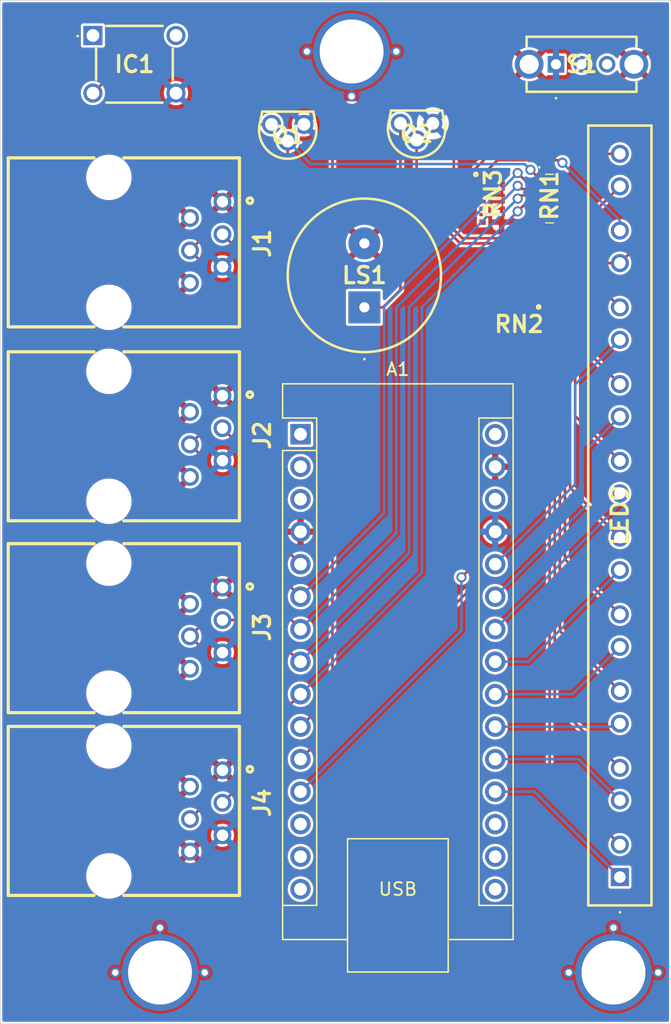
<source format=kicad_pcb>
(kicad_pcb (version 20240108) (generator "pcbnew") (generator_version "8.0")
  (layers (0 "F.Cu" signal) (31 "B.Cu" signal) (34 "B.Paste" user) (35 "F.Paste" user) (36 "B.SilkS" user "B.Silkscreen") (37 "F.SilkS" user "F.Silkscreen") (38 "B.Mask" user) (39 "F.Mask" user) (44 "Edge.Cuts" user))
  (net 0 "")
  (net 1 "GND")
  (net 2 "/LED 1")
  (net 3 "/Vbus_5V")
  (net 4 "/Trigger 1")
  (net 5 "/LED 2")
  (net 6 "/LED 3")
  (net 7 "/LED 7")
  (net 9 "/Button 1")
  (net 11 "/LED 5")
  (net 12 "/Trigger 4")
  (net 13 "/Trigger 2")
  (net 15 "/LED 8")
  (net 16 "/LED 6")
  (net 17 "/Trigger 3")
  (net 18 "/Switch 1")
  (net 20 "/Ready")
  (net 25 "/Buzzer")
  (net 28 "/LED 4")
  (net 32 "Net-(Q1-SOURCE)")
  (net 33 "Net-(LED9-K_4)")
  (net 34 "Net-(LED9-K_7)")
  (net 35 "Net-(LED9-K_10)")
  (net 36 "Net-(LED9-K_6)")
  (net 37 "Net-(LED9-K_9)")
  (net 38 "Net-(LED9-K_1)")
  (net 39 "Net-(LED9-K_3)")
  (net 40 "Net-(LED9-K_8)")
  (net 41 "Net-(LED9-K_2)")
  (net 42 "Net-(LED9-K_5)")
  (net 45 "Net-(LS1-+)")
  (footprint "SamacSys_PCB_Library:95501-2661" (layer "F.Cu") (at 60 90 -90)
    (property "Reference" "J1" (at -5 -12 90) (layer "F.SilkS") (effects (font (size 1.27 1.27) (thickness 0.254))))
    (property "Value" "95501-2661" (hide yes))
    (fp_line (start -11.685 7.88) (end -11.685 1.17) (stroke (width 0.254)) (layer "F.SilkS"))
    (fp_line (start 1.525 7.88) (end -11.685 7.88) (stroke (width 0.254)) (layer "F.SilkS"))
    (fp_line (start 1.525 7.88) (end 1.525 1.17) (stroke (width 0.254)) (layer "F.SilkS"))
    (fp_line (start -11.685 -10.22) (end -11.685 -1.17) (stroke (width 0.254)) (layer "F.SilkS"))
    (fp_line (start -11.685 -10.22) (end 1.525 -10.22) (stroke (width 0.254)) (layer "F.SilkS"))
    (fp_line (start 1.525 -10.22) (end 1.525 -1.17) (stroke (width 0.254)) (layer "F.SilkS"))
    (fp_circle (center -8.335 -11.034) (end -8.335 -10.94208) (stroke (width 0.254)) (fill none) (layer "F.SilkS"))
    (pad "" np_thru_hole circle (at -10.16 0 270) (size 3.25 3.25) (drill 3.25) (layers "*.Cu" "*.Mask"))
    (pad "" np_thru_hole circle (at 0 0 270) (size 3.25 3.25) (drill 3.25) (layers "*.Cu" "*.Mask"))
    (pad "1" thru_hole circle (at -8.255 -8.89 270) (size 1.4 1.4) (drill 0.9) (layers "*.Cu" "*.Mask") (net 1 "GND"))
    (pad "2" thru_hole circle (at -6.985 -6.35 270) (size 1.4 1.4) (drill 0.9) (layers "*.Cu" "*.Mask") (net 1 "GND"))
    (pad "3" thru_hole circle (at -5.715 -8.89 270) (size 1.4 1.4) (drill 0.9) (layers "*.Cu" "*.Mask") (net 4 "/Trigger 1"))
    (pad "4" thru_hole circle (at -4.445 -6.35 270) (size 1.4 1.4) (drill 0.9) (layers "*.Cu" "*.Mask") (net 32 "Net-(Q1-SOURCE)"))
    (pad "5" thru_hole circle (at -3.175 -8.89 270) (size 1.4 1.4) (drill 0.9) (layers "*.Cu" "*.Mask") (net 3 "/Vbus_5V"))
    (pad "6" thru_hole circle (at -1.905 -6.35 270) (size 1.4 1.4) (drill 0.9) (layers "*.Cu" "*.Mask") (net 1 "GND"))
  )
  (footprint "SamacSys_PCB_Library:LM431ACZ" (layer "F.Cu") (at 75.27 75.700001 180)
    (property "Reference" "Q1" (at 1.27 -0.842 180) (layer "F.SilkS") (effects (font (size 1.27 1.27) (thickness 0.254))))
    (property "Value" "BS170" (hide yes))
    (fp_line (start 3.47 0) (end 3.27 1) (stroke (width 0.2)) (layer "F.SilkS"))
    (fp_line (start 3.27 1) (end -0.73 1) (stroke (width 0.2)) (layer "F.SilkS"))
    (fp_line (start -0.73 1) (end -0.93 0) (stroke (width 0.2)) (layer "F.SilkS"))
    (fp_line (start -0.93 0) (end -0.93 0) (stroke (width 0.2)) (layer "F.SilkS"))
    (fp_arc (start -0.93 0) (mid 1.269611 -2.683569) (end 3.470152 -0.000763) (stroke (width 0.2)) (layer "F.SilkS"))
    (pad "1" thru_hole circle (at 0 0 180) (size 1.5 1.5) (drill 1) (layers "*.Cu" "*.Mask") (net 3 "/Vbus_5V"))
    (pad "2" thru_hole circle (at 1.27 -1.3 180) (size 1.5 1.5) (drill 1) (layers "*.Cu" "*.Mask") (net 20 "/Ready"))
    (pad "3" thru_hole circle (at 2.54 0 180) (size 1.5 1.5) (drill 1) (layers "*.Cu" "*.Mask") (net 32 "Net-(Q1-SOURCE)"))
  )
  (footprint "SamacSys_PCB_Library:LM431ACZ" (layer "F.Cu") (at 85.357667 75.615999 180)
    (property "Reference" "Q2" (at 1.27 -0.842 180) (layer "F.SilkS") (effects (font (size 1.27 1.27) (thickness 0.254))))
    (property "Value" "BS170" (hide yes))
    (fp_line (start 3.47 0) (end 3.27 1) (stroke (width 0.2)) (layer "F.SilkS"))
    (fp_line (start 3.27 1) (end -0.73 1) (stroke (width 0.2)) (layer "F.SilkS"))
    (fp_line (start -0.73 1) (end -0.93 0) (stroke (width 0.2)) (layer "F.SilkS"))
    (fp_line (start -0.93 0) (end -0.93 0) (stroke (width 0.2)) (layer "F.SilkS"))
    (fp_arc (start -0.93 0) (mid 1.269611 -2.683569) (end 3.470152 -0.000763) (stroke (width 0.2)) (layer "F.SilkS"))
    (pad "1" thru_hole circle (at 0 0 180) (size 1.5 1.5) (drill 1) (layers "*.Cu" "*.Mask") (net 3 "/Vbus_5V"))
    (pad "2" thru_hole circle (at 1.27 -1.3 180) (size 1.5 1.5) (drill 1) (layers "*.Cu" "*.Mask") (net 25 "/Buzzer"))
    (pad "3" thru_hole circle (at 2.54 0 180) (size 1.5 1.5) (drill 1) (layers "*.Cu" "*.Mask") (net 45 "Net-(LS1-+)"))
  )
  (footprint "Module:Arduino_Nano" (layer "F.Cu") (at 75 99.92)
    (property "Reference" "A1" (at 7.62 -5.08 0) (layer "F.SilkS"))
    (property "Value" "Arduino_Nano_v3.x")
    (fp_line (start -1.4 -3.94) (end -1.4 -1.27) (stroke (width 0.12)) (layer "F.SilkS"))
    (fp_line (start -1.4 1.27) (end -1.4 39.5) (stroke (width 0.12)) (layer "F.SilkS"))
    (fp_line (start -1.4 39.5) (end 3.68 39.5) (stroke (width 0.12)) (layer "F.SilkS"))
    (fp_line (start 1.27 -1.27) (end -1.4 -1.27) (stroke (width 0.12)) (layer "F.SilkS"))
    (fp_line (start 1.27 1.27) (end -1.4 1.27) (stroke (width 0.12)) (layer "F.SilkS"))
    (fp_line (start 1.27 1.27) (end 1.27 -1.27) (stroke (width 0.12)) (layer "F.SilkS"))
    (fp_line (start 1.27 1.27) (end 1.27 36.83) (stroke (width 0.12)) (layer "F.SilkS"))
    (fp_line (start 1.27 36.83) (end -1.4 36.83) (stroke (width 0.12)) (layer "F.SilkS"))
    (fp_line (start 3.68 31.62) (end 11.56 31.62) (stroke (width 0.12)) (layer "F.SilkS"))
    (fp_line (start 3.68 42.04) (end 3.68 31.62) (stroke (width 0.12)) (layer "F.SilkS"))
    (fp_line (start 11.56 31.62) (end 11.56 42.04) (stroke (width 0.12)) (layer "F.SilkS"))
    (fp_line (start 11.56 42.04) (end 3.68 42.04) (stroke (width 0.12)) (layer "F.SilkS"))
    (fp_line (start 13.97 -1.27) (end 13.97 36.83) (stroke (width 0.12)) (layer "F.SilkS"))
    (fp_line (start 13.97 -1.27) (end 16.64 -1.27) (stroke (width 0.12)) (layer "F.SilkS"))
    (fp_line (start 13.97 36.83) (end 16.64 36.83) (stroke (width 0.12)) (layer "F.SilkS"))
    (fp_line (start 16.64 -3.94) (end -1.4 -3.94) (stroke (width 0.12)) (layer "F.SilkS"))
    (fp_line (start 16.64 39.5) (end 11.56 39.5) (stroke (width 0.12)) (layer "F.SilkS"))
    (fp_line (start 16.64 39.5) (end 16.64 -3.94) (stroke (width 0.12)) (layer "F.SilkS"))
    (fp_text user "USB" (at 7.62 35.56 0) (layer "F.SilkS"))
    (pad "1" thru_hole rect (at 0 0) (size 1.6 1.6) (drill 1) (layers "*.Cu" "*.Mask"))
    (pad "2" thru_hole oval (at 0 2.54) (size 1.6 1.6) (drill 1) (layers "*.Cu" "*.Mask"))
    (pad "3" thru_hole oval (at 0 5.08) (size 1.6 1.6) (drill 1) (layers "*.Cu" "*.Mask"))
    (pad "4" thru_hole oval (at 0 7.62) (size 1.6 1.6) (drill 1) (layers "*.Cu" "*.Mask") (net 1 "GND"))
    (pad "5" thru_hole oval (at 0 10.16) (size 1.6 1.6) (drill 1) (layers "*.Cu" "*.Mask") (net 20 "/Ready"))
    (pad "6" thru_hole oval (at 0 12.7) (size 1.6 1.6) (drill 1) (layers "*.Cu" "*.Mask") (net 4 "/Trigger 1"))
    (pad "7" thru_hole oval (at 0 15.24) (size 1.6 1.6) (drill 1) (layers "*.Cu" "*.Mask") (net 13 "/Trigger 2"))
    (pad "8" thru_hole oval (at 0 17.78) (size 1.6 1.6) (drill 1) (layers "*.Cu" "*.Mask") (net 17 "/Trigger 3"))
    (pad "9" thru_hole oval (at 0 20.32) (size 1.6 1.6) (drill 1) (layers "*.Cu" "*.Mask") (net 12 "/Trigger 4"))
    (pad "10" thru_hole oval (at 0 22.86) (size 1.6 1.6) (drill 1) (layers "*.Cu" "*.Mask") (net 9 "/Button 1"))
    (pad "11" thru_hole oval (at 0 25.4) (size 1.6 1.6) (drill 1) (layers "*.Cu" "*.Mask") (net 18 "/Switch 1"))
    (pad "12" thru_hole oval (at 0 27.94) (size 1.6 1.6) (drill 1) (layers "*.Cu" "*.Mask") (net 25 "/Buzzer"))
    (pad "13" thru_hole oval (at 0 30.48) (size 1.6 1.6) (drill 1) (layers "*.Cu" "*.Mask"))
    (pad "14" thru_hole oval (at 0 33.02) (size 1.6 1.6) (drill 1) (layers "*.Cu" "*.Mask"))
    (pad "15" thru_hole oval (at 0 35.56) (size 1.6 1.6) (drill 1) (layers "*.Cu" "*.Mask"))
    (pad "16" thru_hole oval (at 15.24 35.56) (size 1.6 1.6) (drill 1) (layers "*.Cu" "*.Mask"))
    (pad "17" thru_hole oval (at 15.24 33.02) (size 1.6 1.6) (drill 1) (layers "*.Cu" "*.Mask"))
    (pad "18" thru_hole oval (at 15.24 30.48) (size 1.6 1.6) (drill 1) (layers "*.Cu" "*.Mask"))
    (pad "19" thru_hole oval (at 15.24 27.94) (size 1.6 1.6) (drill 1) (layers "*.Cu" "*.Mask") (net 2 "/LED 1"))
    (pad "20" thru_hole oval (at 15.24 25.4) (size 1.6 1.6) (drill 1) (layers "*.Cu" "*.Mask") (net 5 "/LED 2"))
    (pad "21" thru_hole oval (at 15.24 22.86) (size 1.6 1.6) (drill 1) (layers "*.Cu" "*.Mask") (net 6 "/LED 3"))
    (pad "22" thru_hole oval (at 15.24 20.32) (size 1.6 1.6) (drill 1) (layers "*.Cu" "*.Mask") (net 28 "/LED 4"))
    (pad "23" thru_hole oval (at 15.24 17.78) (size 1.6 1.6) (drill 1) (layers "*.Cu" "*.Mask") (net 11 "/LED 5"))
    (pad "24" thru_hole oval (at 15.24 15.24) (size 1.6 1.6) (drill 1) (layers "*.Cu" "*.Mask") (net 16 "/LED 6"))
    (pad "25" thru_hole oval (at 15.24 12.7) (size 1.6 1.6) (drill 1) (layers "*.Cu" "*.Mask") (net 7 "/LED 7"))
    (pad "26" thru_hole oval (at 15.24 10.16) (size 1.6 1.6) (drill 1) (layers "*.Cu" "*.Mask") (net 15 "/LED 8"))
    (pad "27" thru_hole oval (at 15.24 7.62) (size 1.6 1.6) (drill 1) (layers "*.Cu" "*.Mask") (net 3 "/Vbus_5V"))
    (pad "28" thru_hole oval (at 15.24 5.08) (size 1.6 1.6) (drill 1) (layers "*.Cu" "*.Mask"))
    (pad "29" thru_hole oval (at 15.24 2.54) (size 1.6 1.6) (drill 1) (layers "*.Cu" "*.Mask") (net 1 "GND"))
    (pad "30" thru_hole oval (at 15.24 0) (size 1.6 1.6) (drill 1) (layers "*.Cu" "*.Mask"))
  )
  (footprint "SamacSys_PCB_Library:EXB2HV_1" (layer "F.Cu") (at 91.749998 91.250001 180)
    (property "Reference" "RN2" (at -0.362 -0.071 180) (layer "F.SilkS") (effects (font (size 1.27 1.27) (thickness 0.254))))
    (property "Value" "EXB2HV121JV" (hide yes))
    (fp_circle (center -1.893 1.28) (end -1.893 1.30159) (stroke (width 0.2)) (fill none) (layer "F.SilkS"))
    (pad "1" smd rect (at -1.8375 0.75 180) (size 0.425 0.5) (layers "F.Cu" "F.Paste" "F.Mask") (net 38 "Net-(LED9-K_1)"))
    (pad "2" smd rect (at -1.25 0.75 180) (size 0.25 0.5) (layers "F.Cu" "F.Paste" "F.Mask") (net 41 "Net-(LED9-K_2)"))
    (pad "3" smd rect (at -0.75 0.75 180) (size 0.25 0.5) (layers "F.Cu" "F.Paste" "F.Mask") (net 39 "Net-(LED9-K_3)"))
    (pad "4" smd rect (at -0.25 0.75 180) (size 0.25 0.5) (layers "F.Cu" "F.Paste" "F.Mask") (net 33 "Net-(LED9-K_4)"))
    (pad "5" smd rect (at 0.25 0.75 180) (size 0.25 0.5) (layers "F.Cu" "F.Paste" "F.Mask") (net 42 "Net-(LED9-K_5)"))
    (pad "6" smd rect (at 0.75 0.75 180) (size 0.25 0.5) (layers "F.Cu" "F.Paste" "F.Mask") (net 36 "Net-(LED9-K_6)"))
    (pad "7" smd rect (at 1.25 0.75 180) (size 0.25 0.5) (layers "F.Cu" "F.Paste" "F.Mask") (net 34 "Net-(LED9-K_7)"))
    (pad "8" smd rect (at 1.8375 0.75 180) (size 0.425 0.5) (layers "F.Cu" "F.Paste" "F.Mask") (net 40 "Net-(LED9-K_8)"))
    (pad "9" smd rect (at 1.8375 -0.75 180) (size 0.425 0.5) (layers "F.Cu" "F.Paste" "F.Mask") (net 1 "GND"))
    (pad "10" smd rect (at 1.25 -0.75 180) (size 0.25 0.5) (layers "F.Cu" "F.Paste" "F.Mask") (net 1 "GND"))
    (pad "11" smd rect (at 0.75 -0.75 180) (size 0.25 0.5) (layers "F.Cu" "F.Paste" "F.Mask") (net 1 "GND"))
    (pad "12" smd rect (at 0.25 -0.75 180) (size 0.25 0.5) (layers "F.Cu" "F.Paste" "F.Mask") (net 1 "GND"))
    (pad "13" smd rect (at -0.25 -0.75 180) (size 0.25 0.5) (layers "F.Cu" "F.Paste" "F.Mask") (net 1 "GND"))
    (pad "14" smd rect (at -0.75 -0.75 180) (size 0.25 0.5) (layers "F.Cu" "F.Paste" "F.Mask") (net 1 "GND"))
    (pad "15" smd rect (at -1.25 -0.75 180) (size 0.25 0.5) (layers "F.Cu" "F.Paste" "F.Mask") (net 1 "GND"))
    (pad "16" smd rect (at -1.8375 -0.75 180) (size 0.425 0.5) (layers "F.Cu" "F.Paste" "F.Mask") (net 1 "GND"))
  )
  (footprint "SamacSys_PCB_Library:EXB2HV104JV" (layer "F.Cu") (at 94.5 81.5 -90)
    (property "Reference" "RN1" (at -0.225 0 -90) (layer "F.SilkS") (effects (font (size 1.27 1.27) (thickness 0.254))))
    (property "Value" "EXB2HV103JV" (hide yes))
    (fp_line (start -2.5 0.8) (end -2.5 0.8) (stroke (width 0.1)) (layer "F.SilkS"))
    (fp_line (start -2.4 0.8) (end -2.4 0.8) (stroke (width 0.1)) (layer "F.SilkS"))
    (fp_line (start -1.9 -0.3) (end -1.9 0.3) (stroke (width 0.1)) (layer "F.SilkS"))
    (fp_line (start 1.9 -0.3) (end 1.9 0.3) (stroke (width 0.1)) (layer "F.SilkS"))
    (fp_arc (start -2.5 0.8) (mid -2.45 0.75) (end -2.4 0.8) (stroke (width 0.1)) (layer "F.SilkS"))
    (fp_arc (start -2.4 0.8) (mid -2.45 0.85) (end -2.5 0.8) (stroke (width 0.1)) (layer "F.SilkS"))
    (pad "1" smd rect (at -1.837 0.75 270) (size 0.425 0.5) (layers "F.Cu" "F.Paste" "F.Mask") (net 20 "/Ready"))
    (pad "2" smd rect (at -1.25 0.75 270) (size 0.25 0.5) (layers "F.Cu" "F.Paste" "F.Mask") (net 4 "/Trigger 1"))
    (pad "3" smd rect (at -0.75 0.75 270) (size 0.25 0.5) (layers "F.Cu" "F.Paste" "F.Mask") (net 13 "/Trigger 2"))
    (pad "4" smd rect (at -0.25 0.75 270) (size 0.25 0.5) (layers "F.Cu" "F.Paste" "F.Mask") (net 17 "/Trigger 3"))
    (pad "5" smd rect (at 0.25 0.75 270) (size 0.25 0.5) (layers "F.Cu" "F.Paste" "F.Mask") (net 12 "/Trigger 4"))
    (pad "6" smd rect (at 0.75 0.75 270) (size 0.25 0.5) (layers "F.Cu" "F.Paste" "F.Mask") (net 9 "/Button 1"))
    (pad "7" smd rect (at 1.25 0.75 270) (size 0.25 0.5) (layers "F.Cu" "F.Paste" "F.Mask") (net 18 "/Switch 1"))
    (pad "8" smd rect (at 1.837 0.75 270) (size 0.425 0.5) (layers "F.Cu" "F.Paste" "F.Mask") (net 25 "/Buzzer"))
    (pad "9" smd rect (at 1.837 -0.75 270) (size 0.425 0.5) (layers "F.Cu" "F.Paste" "F.Mask") (net 1 "GND"))
    (pad "10" smd rect (at 1.25 -0.75 270) (size 0.25 0.5) (layers "F.Cu" "F.Paste" "F.Mask") (net 1 "GND"))
    (pad "11" smd rect (at 0.75 -0.75 270) (size 0.25 0.5) (layers "F.Cu" "F.Paste" "F.Mask") (net 1 "GND"))
    (pad "12" smd rect (at 0.25 -0.75 270) (size 0.25 0.5) (layers "F.Cu" "F.Paste" "F.Mask") (net 1 "GND"))
    (pad "13" smd rect (at -0.25 -0.75 270) (size 0.25 0.5) (layers "F.Cu" "F.Paste" "F.Mask") (net 1 "GND"))
    (pad "14" smd rect (at -0.75 -0.75 270) (size 0.25 0.5) (layers "F.Cu" "F.Paste" "F.Mask") (net 1 "GND"))
    (pad "15" smd rect (at -1.25 -0.75 270) (size 0.25 0.5) (layers "F.Cu" "F.Paste" "F.Mask") (net 1 "GND"))
    (pad "16" smd rect (at -1.837 -0.75 270) (size 0.425 0.5) (layers "F.Cu" "F.Paste" "F.Mask") (net 1 "GND"))
  )
  (footprint "SamacSys_PCB_Library:95501-2661" (layer "F.Cu") (at 60 105.159999 -90)
    (property "Reference" "J2" (at -5.159999 -12 -90) (layer "F.SilkS") (effects (font (size 1.27 1.27) (thickness 0.254))))
    (property "Value" "95501-2661" (hide yes))
    (fp_line (start -11.685 7.88) (end -11.685 1.17) (stroke (width 0.254)) (layer "F.SilkS"))
    (fp_line (start 1.525 7.88) (end -11.685 7.88) (stroke (width 0.254)) (layer "F.SilkS"))
    (fp_line (start 1.525 7.88) (end 1.525 1.17) (stroke (width 0.254)) (layer "F.SilkS"))
    (fp_line (start -11.685 -10.22) (end -11.685 -1.17) (stroke (width 0.254)) (layer "F.SilkS"))
    (fp_line (start -11.685 -10.22) (end 1.525 -10.22) (stroke (width 0.254)) (layer "F.SilkS"))
    (fp_line (start 1.525 -10.22) (end 1.525 -1.17) (stroke (width 0.254)) (layer "F.SilkS"))
    (fp_circle (center -8.335 -11.034) (end -8.335 -10.94208) (stroke (width 0.254)) (fill none) (layer "F.SilkS"))
    (pad "" np_thru_hole circle (at -10.16 0 270) (size 3.25 3.25) (drill 3.25) (layers "*.Cu" "*.Mask"))
    (pad "" np_thru_hole circle (at 0 0 270) (size 3.25 3.25) (drill 3.25) (layers "*.Cu" "*.Mask"))
    (pad "1" thru_hole circle (at -8.255 -8.89 270) (size 1.4 1.4) (drill 0.9) (layers "*.Cu" "*.Mask") (net 1 "GND"))
    (pad "2" thru_hole circle (at -6.985 -6.35 270) (size 1.4 1.4) (drill 0.9) (layers "*.Cu" "*.Mask") (net 1 "GND"))
    (pad "3" thru_hole circle (at -5.715 -8.89 270) (size 1.4 1.4) (drill 0.9) (layers "*.Cu" "*.Mask") (net 13 "/Trigger 2"))
    (pad "4" thru_hole circle (at -4.445 -6.35 270) (size 1.4 1.4) (drill 0.9) (layers "*.Cu" "*.Mask") (net 32 "Net-(Q1-SOURCE)"))
    (pad "5" thru_hole circle (at -3.175 -8.89 270) (size 1.4 1.4) (drill 0.9) (layers "*.Cu" "*.Mask") (net 3 "/Vbus_5V"))
    (pad "6" thru_hole circle (at -1.905 -6.35 270) (size 1.4 1.4) (drill 0.9) (layers "*.Cu" "*.Mask") (net 1 "GND"))
  )
  (footprint "SamacSys_PCB_Library:95501-2661" (layer "F.Cu") (at 60 120.159999 -90)
    (property "Reference" "J3" (at -5.159999 -12 -90) (layer "F.SilkS") (effects (font (size 1.27 1.27) (thickness 0.254))))
    (property "Value" "95501-2661" (hide yes))
    (fp_line (start -11.685 7.88) (end -11.685 1.17) (stroke (width 0.254)) (layer "F.SilkS"))
    (fp_line (start 1.525 7.88) (end -11.685 7.88) (stroke (width 0.254)) (layer "F.SilkS"))
    (fp_line (start 1.525 7.88) (end 1.525 1.17) (stroke (width 0.254)) (layer "F.SilkS"))
    (fp_line (start -11.685 -10.22) (end -11.685 -1.17) (stroke (width 0.254)) (layer "F.SilkS"))
    (fp_line (start -11.685 -10.22) (end 1.525 -10.22) (stroke (width 0.254)) (layer "F.SilkS"))
    (fp_line (start 1.525 -10.22) (end 1.525 -1.17) (stroke (width 0.254)) (layer "F.SilkS"))
    (fp_circle (center -8.335 -11.034) (end -8.335 -10.94208) (stroke (width 0.254)) (fill none) (layer "F.SilkS"))
    (pad "" np_thru_hole circle (at -10.16 0 270) (size 3.25 3.25) (drill 3.25) (layers "*.Cu" "*.Mask"))
    (pad "" np_thru_hole circle (at 0 0 270) (size 3.25 3.25) (drill 3.25) (layers "*.Cu" "*.Mask"))
    (pad "1" thru_hole circle (at -8.255 -8.89 270) (size 1.4 1.4) (drill 0.9) (layers "*.Cu" "*.Mask") (net 1 "GND"))
    (pad "2" thru_hole circle (at -6.985 -6.35 270) (size 1.4 1.4) (drill 0.9) (layers "*.Cu" "*.Mask") (net 1 "GND"))
    (pad "3" thru_hole circle (at -5.715 -8.89 270) (size 1.4 1.4) (drill 0.9) (layers "*.Cu" "*.Mask") (net 17 "/Trigger 3"))
    (pad "4" thru_hole circle (at -4.445 -6.35 270) (size 1.4 1.4) (drill 0.9) (layers "*.Cu" "*.Mask") (net 32 "Net-(Q1-SOURCE)"))
    (pad "5" thru_hole circle (at -3.175 -8.89 270) (size 1.4 1.4) (drill 0.9) (layers "*.Cu" "*.Mask") (net 3 "/Vbus_5V"))
    (pad "6" thru_hole circle (at -1.905 -6.35 270) (size 1.4 1.4) (drill 0.9) (layers "*.Cu" "*.Mask") (net 1 "GND"))
  )
  (footprint "SamacSys_PCB_Library:OS102011MS2QS1" (layer "F.Cu") (at 95 71)
    (property "Reference" "S1" (at 2 0 0) (layer "F.SilkS") (effects (font (size 1.27 1.27) (thickness 0.254))))
    (property "Value" "OS102011MS2QS1" (hide yes))
    (fp_line (start -2.3 -2.15) (end 6.3 -2.15) (stroke (width 0.2)) (layer "F.SilkS"))
    (fp_line (start -2.3 -1.4) (end -2.3 -2.15) (stroke (width 0.2)) (layer "F.SilkS"))
    (fp_line (start -2.3 1.4) (end -2.3 2.15) (stroke (width 0.2)) (layer "F.SilkS"))
    (fp_line (start -2.3 2.15) (end 6.3 2.15) (stroke (width 0.2)) (layer "F.SilkS"))
    (fp_line (start 0 2.6) (end 0 2.6) (stroke (width 0.1)) (layer "F.SilkS"))
    (fp_line (start 0 2.7) (end 0 2.7) (stroke (width 0.1)) (layer "F.SilkS"))
    (fp_line (start 6.3 -2.15) (end 6.3 -1.4) (stroke (width 0.2)) (layer "F.SilkS"))
    (fp_line (start 6.3 2.15) (end 6.3 1.4) (stroke (width 0.2)) (layer "F.SilkS"))
    (fp_arc (start 0 2.6) (mid 0.05 2.65) (end 0 2.7) (stroke (width 0.1)) (layer "F.SilkS"))
    (fp_arc (start 0 2.7) (mid -0.05 2.65) (end 0 2.6) (stroke (width 0.1)) (layer "F.SilkS"))
    (pad "1" thru_hole rect (at 0 0) (size 1.3 1.3) (drill 0.8) (layers "*.Cu" "*.Mask") (net 3 "/Vbus_5V"))
    (pad "2" thru_hole circle (at 2 0) (size 1.3 1.3) (drill 0.8) (layers "*.Cu" "*.Mask") (net 18 "/Switch 1"))
    (pad "3" thru_hole circle (at 4 0) (size 1.3 1.3) (drill 0.8) (layers "*.Cu" "*.Mask"))
    (pad "4" thru_hole circle (at -2.1 0) (size 2.25 2.25) (drill 1.5) (layers "*.Cu" "*.Mask") (net 1 "GND"))
    (pad "5" thru_hole circle (at 6.1 0) (size 2.25 2.25) (drill 1.5) (layers "*.Cu" "*.Mask") (net 1 "GND"))
  )
  (footprint "SamacSys_PCB_Library:CMT1209590T" (layer "F.Cu") (at 80 90)
    (property "Reference" "LS1" (at 0 -2.5 0) (layer "F.SilkS") (effects (font (size 1.27 1.27) (thickness 0.254))))
    (property "Value" "CMT-1209-590T" (hide yes))
    (fp_line (start -6 -2.5) (end -6 -2.5) (stroke (width 0.2)) (layer "F.SilkS"))
    (fp_line (start 0 4) (end 0 4) (stroke (width 0.1)) (layer "F.SilkS"))
    (fp_line (start 0 4.1) (end 0 4.1) (stroke (width 0.1)) (layer "F.SilkS"))
    (fp_line (start 6 -2.5) (end 6 -2.5) (stroke (width 0.2)) (layer "F.SilkS"))
    (fp_arc (start -6 -2.5) (mid 0 -8.5) (end 6 -2.5) (stroke (width 0.2)) (layer "F.SilkS"))
    (fp_arc (start 0 4) (mid 0.05 4.05) (end 0 4.1) (stroke (width 0.1)) (layer "F.SilkS"))
    (fp_arc (start 0 4.1) (mid -0.05 4.05) (end 0 4) (stroke (width 0.1)) (layer "F.SilkS"))
    (fp_arc (start 6 -2.5) (mid 0 3.5) (end -6 -2.5) (stroke (width 0.2)) (layer "F.SilkS"))
    (pad "1" thru_hole rect (at 0 0) (size 2.5 2.5) (drill 0.8) (layers "*.Cu" "*.Mask") (net 45 "Net-(LS1-+)"))
    (pad "2" thru_hole circle (at 0 -5) (size 2.5 2.5) (drill 0.8) (layers "*.Cu" "*.Mask") (net 1 "GND"))
  )
  (footprint "SamacSys_PCB_Library:SSALXH1025GD" (layer "F.Cu") (at 100 134.54 90)
    (property "Reference" "LED9" (at 28.27 0 90) (layer "F.SilkS") (effects (font (size 1.27 1.27) (thickness 0.254))))
    (property "Value" "SSA-LXH1025GD" (hide yes))
    (fp_line (start 58.75 -2.475) (end 58.75 2.475) (stroke (width 0.2)) (layer "F.SilkS"))
    (fp_line (start -2.21 -2.475) (end 58.75 -2.475) (stroke (width 0.2)) (layer "F.SilkS"))
    (fp_line (start -2.7 0) (end -2.7 0) (stroke (width 0.1)) (layer "F.SilkS"))
    (fp_line (start -2.8 0) (end -2.8 0) (stroke (width 0.1)) (layer "F.SilkS"))
    (fp_line (start 58.75 2.475) (end -2.21 2.475) (stroke (width 0.2)) (layer "F.SilkS"))
    (fp_line (start -2.21 2.475) (end -2.21 -2.475) (stroke (width 0.2)) (layer "F.SilkS"))
    (fp_arc (start -2.7 0) (mid -2.75 0.05) (end -2.8 0) (stroke (width 0.1)) (layer "F.SilkS"))
    (fp_arc (start -2.8 0) (mid -2.75 -0.05) (end -2.7 0) (stroke (width 0.1)) (layer "F.SilkS"))
    (pad "1" thru_hole rect (at 0 0 90) (size 1.416 1.416) (drill 0.91) (layers "*.Cu" "*.Mask") (net 2 "/LED 1"))
    (pad "2" thru_hole circle (at 2.54 0 90) (size 1.416 1.416) (drill 0.91) (layers "*.Cu" "*.Mask") (net 38 "Net-(LED9-K_1)"))
    (pad "3" thru_hole circle (at 6 0 90) (size 1.416 1.416) (drill 0.91) (layers "*.Cu" "*.Mask") (net 5 "/LED 2"))
    (pad "4" thru_hole circle (at 8.54 0 90) (size 1.416 1.416) (drill 0.91) (layers "*.Cu" "*.Mask") (net 41 "Net-(LED9-K_2)"))
    (pad "5" thru_hole circle (at 12 0 90) (size 1.416 1.416) (drill 0.91) (layers "*.Cu" "*.Mask") (net 6 "/LED 3"))
    (pad "6" thru_hole circle (at 14.54 0 90) (size 1.416 1.416) (drill 0.91) (layers "*.Cu" "*.Mask") (net 39 "Net-(LED9-K_3)"))
    (pad "7" thru_hole circle (at 18 0 90) (size 1.416 1.416) (drill 0.91) (layers "*.Cu" "*.Mask") (net 28 "/LED 4"))
    (pad "8" thru_hole circle (at 20.54 0 90) (size 1.416 1.416) (drill 0.91) (layers "*.Cu" "*.Mask") (net 33 "Net-(LED9-K_4)"))
    (pad "9" thru_hole circle (at 24 0 90) (size 1.416 1.416) (drill 0.91) (layers "*.Cu" "*.Mask") (net 11 "/LED 5"))
    (pad "10" thru_hole circle (at 26.54 0 90) (size 1.416 1.416) (drill 0.91) (layers "*.Cu" "*.Mask") (net 42 "Net-(LED9-K_5)"))
    (pad "11" thru_hole circle (at 30 0 90) (size 1.416 1.416) (drill 0.91) (layers "*.Cu" "*.Mask") (net 16 "/LED 6"))
    (pad "12" thru_hole circle (at 32.54 0 90) (size 1.416 1.416) (drill 0.91) (layers "*.Cu" "*.Mask") (net 36 "Net-(LED9-K_6)"))
    (pad "13" thru_hole circle (at 36 0 90) (size 1.416 1.416) (drill 0.91) (layers "*.Cu" "*.Mask") (net 7 "/LED 7"))
    (pad "14" thru_hole circle (at 38.54 0 90) (size 1.416 1.416) (drill 0.91) (layers "*.Cu" "*.Mask") (net 34 "Net-(LED9-K_7)"))
    (pad "15" thru_hole circle (at 42 0 90) (size 1.416 1.416) (drill 0.91) (layers "*.Cu" "*.Mask") (net 15 "/LED 8"))
    (pad "16" thru_hole circle (at 44.54 0 90) (size 1.416 1.416) (drill 0.91) (layers "*.Cu" "*.Mask") (net 40 "Net-(LED9-K_8)"))
    (pad "17" thru_hole circle (at 48 0 90) (size 1.416 1.416) (drill 0.91) (layers "*.Cu" "*.Mask") (net 18 "/Switch 1"))
    (pad "18" thru_hole circle (at 50.54 0 90) (size 1.416 1.416) (drill 0.91) (layers "*.Cu" "*.Mask") (net 37 "Net-(LED9-K_9)"))
    (pad "19" thru_hole circle (at 54 0 90) (size 1.416 1.416) (drill 0.91) (layers "*.Cu" "*.Mask") (net 9 "/Button 1"))
    (pad "20" thru_hole circle (at 56.54 0 90) (size 1.416 1.416) (drill 0.91) (layers "*.Cu" "*.Mask") (net 35 "Net-(LED9-K_10)"))
  )
  (footprint "SamacSys_PCB_Library:95501-2661" (layer "F.Cu") (at 60.000001 134.444999 -90)
    (property "Reference" "J4" (at -5.711 -11.999999 -90) (layer "F.SilkS") (effects (font (size 1.27 1.27) (thickness 0.254))))
    (property "Value" "95501-2661" (hide yes))
    (fp_line (start -11.685 7.88) (end -11.685 1.17) (stroke (width 0.254)) (layer "F.SilkS"))
    (fp_line (start 1.525 7.88) (end -11.685 7.88) (stroke (width 0.254)) (layer "F.SilkS"))
    (fp_line (start 1.525 7.88) (end 1.525 1.17) (stroke (width 0.254)) (layer "F.SilkS"))
    (fp_line (start -11.685 -10.22) (end -11.685 -1.17) (stroke (width 0.254)) (layer "F.SilkS"))
    (fp_line (start -11.685 -10.22) (end 1.525 -10.22) (stroke (width 0.254)) (layer "F.SilkS"))
    (fp_line (start 1.525 -10.22) (end 1.525 -1.17) (stroke (width 0.254)) (layer "F.SilkS"))
    (fp_circle (center -8.335 -11.034) (end -8.335 -10.94208) (stroke (width 0.254)) (fill none) (layer "F.SilkS"))
    (pad "" np_thru_hole circle (at -10.16 0 270) (size 3.25 3.25) (drill 3.25) (layers "*.Cu" "*.Mask"))
    (pad "" np_thru_hole circle (at 0 0 270) (size 3.25 3.25) (drill 3.25) (layers "*.Cu" "*.Mask"))
    (pad "1" thru_hole circle (at -8.255 -8.89 270) (size 1.4 1.4) (drill 0.9) (layers "*.Cu" "*.Mask") (net 1 "GND"))
    (pad "2" thru_hole circle (at -6.985 -6.35 270) (size 1.4 1.4) (drill 0.9) (layers "*.Cu" "*.Mask") (net 1 "GND"))
    (pad "3" thru_hole circle (at -5.715 -8.89 270) (size 1.4 1.4) (drill 0.9) (layers "*.Cu" "*.Mask") (net 12 "/Trigger 4"))
    (pad "4" thru_hole circle (at -4.445 -6.35 270) (size 1.4 1.4) (drill 0.9) (layers "*.Cu" "*.Mask") (net 32 "Net-(Q1-SOURCE)"))
    (pad "5" thru_hole circle (at -3.175 -8.89 270) (size 1.4 1.4) (drill 0.9) (layers "*.Cu" "*.Mask") (net 3 "/Vbus_5V"))
    (pad "6" thru_hole circle (at -1.905 -6.35 270) (size 1.4 1.4) (drill 0.9) (layers "*.Cu" "*.Mask") (net 1 "GND"))
  )
  (footprint "SamacSys_PCB_Library:TS026660BK100SCRD" (layer "F.Cu") (at 58.75 68.75)
    (property "Reference" "IC1" (at 3.25 2.25 0) (layer "F.SilkS") (effects (font (size 1.27 1.27) (thickness 0.254))))
    (property "Value" "TS02-66-60-BK-100-SCR-D" (hide yes))
    (fp_line (start -1.25 0.05) (end -1.25 0.05) (stroke (width 0.1)) (layer "F.SilkS"))
    (fp_line (start -1.15 0.05) (end -1.15 0.05) (stroke (width 0.1)) (layer "F.SilkS"))
    (fp_line (start 0.25 1.05) (end 0.25 3.45) (stroke (width 0.2)) (layer "F.SilkS"))
    (fp_line (start 1.05 -0.75) (end 5.45 -0.75) (stroke (width 0.2)) (layer "F.SilkS"))
    (fp_line (start 1.05 5.25) (end 5.45 5.25) (stroke (width 0.2)) (layer "F.SilkS"))
    (fp_line (start 6.25 1.05) (end 6.25 3.45) (stroke (width 0.2)) (layer "F.SilkS"))
    (fp_arc (start -1.25 0.05) (mid -1.2 0) (end -1.15 0.05) (stroke (width 0.1)) (layer "F.SilkS"))
    (fp_arc (start -1.15 0.05) (mid -1.2 0.1) (end -1.25 0.05) (stroke (width 0.1)) (layer "F.SilkS"))
    (pad "1" thru_hole rect (at 0 0) (size 1.5 1.5) (drill 1) (layers "*.Cu" "*.Mask"))
    (pad "2" thru_hole circle (at 6.5 0) (size 1.5 1.5) (drill 1) (layers "*.Cu" "*.Mask"))
    (pad "3" thru_hole circle (at 0 4.5) (size 1.5 1.5) (drill 1) (layers "*.Cu" "*.Mask") (net 9 "/Button 1"))
    (pad "4" thru_hole circle (at 6.5 4.5) (size 1.5 1.5) (drill 1) (layers "*.Cu" "*.Mask") (net 3 "/Vbus_5V"))
  )
  (footprint "SamacSys_PCB_Library:EXB2HV_1" (layer "F.Cu") (at 90 81.5 -90)
    (property "Reference" "RN3" (at -0.362 -0.071 -90) (layer "F.SilkS") (effects (font (size 1.27 1.27) (thickness 0.254))))
    (property "Value" "EXB2HV121JV" (hide yes))
    (fp_circle (center -1.893 1.28) (end -1.893 1.30159) (stroke (width 0.2)) (fill none) (layer "F.SilkS"))
    (pad "1" smd rect (at -1.8375 0.75 270) (size 0.425 0.5) (layers "F.Cu" "F.Paste" "F.Mask") (net 37 "Net-(LED9-K_9)"))
    (pad "2" smd rect (at -1.25 0.75 270) (size 0.25 0.5) (layers "F.Cu" "F.Paste" "F.Mask") (net 35 "Net-(LED9-K_10)"))
    (pad "3" smd rect (at -0.75 0.75 270) (size 0.25 0.5) (layers "F.Cu" "F.Paste" "F.Mask"))
    (pad "4" smd rect (at -0.25 0.75 270) (size 0.25 0.5) (layers "F.Cu" "F.Paste" "F.Mask"))
    (pad "5" smd rect (at 0.25 0.75 270) (size 0.25 0.5) (layers "F.Cu" "F.Paste" "F.Mask"))
    (pad "6" smd rect (at 0.75 0.75 270) (size 0.25 0.5) (layers "F.Cu" "F.Paste" "F.Mask"))
    (pad "7" smd rect (at 1.25 0.75 270) (size 0.25 0.5) (layers "F.Cu" "F.Paste" "F.Mask"))
    (pad "8" smd rect (at 1.8375 0.75 270) (size 0.425 0.5) (layers "F.Cu" "F.Paste" "F.Mask"))
    (pad "9" smd rect (at 1.8375 -0.75 270) (size 0.425 0.5) (layers "F.Cu" "F.Paste" "F.Mask") (net 1 "GND"))
    (pad "10" smd rect (at 1.25 -0.75 270) (size 0.25 0.5) (layers "F.Cu" "F.Paste" "F.Mask") (net 1 "GND"))
    (pad "11" smd rect (at 0.75 -0.75 270) (size 0.25 0.5) (layers "F.Cu" "F.Paste" "F.Mask") (net 1 "GND"))
    (pad "12" smd rect (at 0.25 -0.75 270) (size 0.25 0.5) (layers "F.Cu" "F.Paste" "F.Mask") (net 1 "GND"))
    (pad "13" smd rect (at -0.25 -0.75 270) (size 0.25 0.5) (layers "F.Cu" "F.Paste" "F.Mask") (net 1 "GND"))
    (pad "14" smd rect (at -0.75 -0.75 270) (size 0.25 0.5) (layers "F.Cu" "F.Paste" "F.Mask") (net 1 "GND"))
    (pad "15" smd rect (at -1.25 -0.75 270) (size 0.25 0.5) (layers "F.Cu" "F.Paste" "F.Mask") (net 1 "GND"))
    (pad "16" smd rect (at -1.8375 -0.75 270) (size 0.425 0.5) (layers "F.Cu" "F.Paste" "F.Mask") (net 1 "GND"))
  )
  (gr_line (start 95.25 79.75) (end 95.25 83.5) (stroke (width 0.2)) (layer "F.Cu") (net 1))
  (gr_line (start 90.75 79.75) (end 90.75 83.25) (stroke (width 0.2)) (layer "F.Cu") (net 1))
  (gr_rect (start 51.5 66) (end 104 146) (stroke (width 0.05)) (fill none) (layer "Edge.Cuts"))
  (gr_rect (start 51.5 66) (end 104 146) (stroke (width 0.05)) (fill none) (layer "Edge.Cuts"))
  (segment (start 90.75 79.6625) (end 90.75 83.3375) (width 0.2) (layer "F.Cu") (net 1))
  (segment (start 95.25 83.337) (end 95.25 79.663) (width 0.2) (layer "F.Cu") (net 1))
  (segment (start 103 142) (end 99.5 142) (width 0.2) (layer "F.Cu") (net 1))
  (via (at 79 70) (size 6) (drill 5) (layers "F.Cu" "B.Cu") (net 1))
  (via (at 79 73.5) (size 0.8) (drill 0.5) (layers "F.Cu" "B.Cu") (net 1))
  (via (at 60.5 142) (size 0.8) (drill 0.5) (layers "F.Cu" "B.Cu") (net 1))
  (via (at 82.5 70) (size 0.8) (drill 0.5) (layers "F.Cu" "B.Cu") (net 1))
  (via (at 99.5 142) (size 6) (drill 5) (layers "F.Cu" "B.Cu") (net 1))
  (via (at 99.5 138.5) (size 0.8) (drill 0.5) (layers "F.Cu" "B.Cu") (net 1))
  (via (at 64 142) (size 6) (drill 5) (layers "F.Cu" "B.Cu") (net 1))
  (via (at 67.5 142) (size 0.8) (drill 0.5) (layers "F.Cu" "B.Cu") (net 1))
  (via (at 75.5 70) (size 0.8) (drill 0.5) (layers "F.Cu" "B.Cu") (net 1))
  (via (at 103 142) (size 0.8) (drill 0.5) (layers "F.Cu" "B.Cu") (net 1))
  (via (at 96 142) (size 0.8) (drill 0.5) (layers "F.Cu" "B.Cu") (net 1))
  (via (at 64 138.5) (size 0.8) (drill 0.5) (layers "F.Cu" "B.Cu") (net 1))
  (segment (start 99.5 142) (end 102.999998 142) (width 0.2) (layer "B.Cu") (net 1))
  (segment (start 64 138.5) (end 64 142) (width 0.2) (layer "B.Cu") (net 1))
  (segment (start 99.5 138.5) (end 99.5 142) (width 0.2) (layer "B.Cu") (net 1))
  (segment (start 75.5 70) (end 82.5 70) (width 0.2) (layer "B.Cu") (net 1))
  (segment (start 60.5 142) (end 67.5 142) (width 0.2) (layer "B.Cu") (net 1))
  (segment (start 79 73.5) (end 79 70) (width 0.2) (layer "B.Cu") (net 1))
  (segment (start 99.5 142) (end 96 142) (width 0.2) (layer "B.Cu") (net 1))
  (segment (start 93.32 127.86) (end 100 134.54) (width 0.2) (layer "B.Cu") (net 2))
  (segment (start 90.24 127.86) (end 93.32 127.86) (width 0.2) (layer "B.Cu") (net 2))
  (segment (start 72.6 87.995002) (end 68.889999 84.285001) (width 0.2) (layer "F.Cu") (net 4))
  (segment (start 93.75 80.25) (end 92.75 80.25) (width 0.2) (layer "F.Cu") (net 4))
  (segment (start 75 112.62) (end 72.6 110.22) (width 0.2) (layer "F.Cu") (net 4))
  (segment (start 72.6 110.22) (end 72.6 87.995002) (width 0.2) (layer "F.Cu") (net 4))
  (segment (start 92.75 80.25) (end 92 79.5) (width 0.2) (layer "F.Cu") (net 4))
  (via (at 92 79.5) (size 0.8) (drill 0.5) (layers "F.Cu" "B.Cu") (net 4))
  (segment (start 81.55 106.07) (end 75 112.62) (width 0.2) (layer "B.Cu") (net 4))
  (segment (start 92 79.5) (end 81.55 89.95) (width 0.2) (layer "B.Cu") (net 4))
  (segment (start 81.55 89.95) (end 81.55 106.07) (width 0.2) (layer "B.Cu") (net 4))
  (segment (start 96.78 125.32) (end 99.999999 128.539999) (width 0.2) (layer "B.Cu") (net 5))
  (segment (start 90.24 125.32) (end 96.78 125.32) (width 0.2) (layer "B.Cu") (net 5))
  (segment (start 90.24 122.78) (end 99.76 122.78) (width 0.2) (layer "B.Cu") (net 6))
  (segment (start 99.76 122.78) (end 100 122.54) (width 0.2) (layer "B.Cu") (net 6))
  (segment (start 97.5 105.36) (end 97.5 101.04) (width 0.2) (layer "B.Cu") (net 7))
  (segment (start 90.24 112.62) (end 97.5 105.36) (width 0.2) (layer "B.Cu") (net 7))
  (segment (start 97.5 101.04) (end 100 98.54) (width 0.2) (layer "B.Cu") (net 7))
  (segment (start 94.700002 82.658821) (end 94.700002 83.849499) (width 0.2) (layer "F.Cu") (net 9))
  (segment (start 87 75) (end 87 83.934314) (width 0.2) (layer "F.Cu") (net 9))
  (segment (start 87 83.934314) (end 87.665686 84.6) (width 0.2) (layer "F.Cu") (net 9))
  (segment (start 77.5 74.4) (end 77.7 74.2) (width 0.2) (layer "F.Cu") (net 9))
  (segment (start 73.934001 71) (end 77.5 74.565999) (width 0.2) (layer "F.Cu") (net 9))
  (segment (start 61 71) (end 73.934001 71) (width 0.2) (layer "F.Cu") (net 9))
  (segment (start 91.921313 84.6) (end 93 83.521313) (width 0.2) (layer "F.Cu") (net 9))
  (segment (start 77.5 74.565999) (end 77.5 120.28) (width 0.2) (layer "F.Cu") (net 9))
  (segment (start 93.25 82.25) (end 93.75 82.25) (width 0.2) (layer "F.Cu") (net 9))
  (segment (start 58.75 73.25) (end 61 71) (width 0.2) (layer "F.Cu") (net 9))
  (segment (start 94.291181 82.25) (end 94.700002 82.658821) (width 0.2) (layer "F.Cu") (net 9))
  (segment (start 93 83.521313) (end 93 82.5) (width 0.2) (layer "F.Cu") (net 9))
  (segment (start 93.75 82.25) (end 94.291181 82.25) (width 0.2) (layer "F.Cu") (net 9))
  (segment (start 86.2 74.2) (end 87 75) (width 0.2) (layer "F.Cu") (net 9))
  (segment (start 77.7 74.2) (end 86.2 74.2) (width 0.2) (layer "F.Cu") (net 9))
  (segment (start 95.350503 84.5) (end 96.039999 84.5) (width 0.2) (layer "F.Cu") (net 9))
  (segment (start 87.665686 84.6) (end 91.921313 84.6) (width 0.2) (layer "F.Cu") (net 9))
  (segment (start 94.700002 83.849499) (end 95.350503 84.5) (width 0.2) (layer "F.Cu") (net 9))
  (segment (start 77.5 120.28) (end 75 122.78) (width 0.2) (layer "F.Cu") (net 9))
  (segment (start 99.999999 80.54) (end 96.039999 84.5) (width 0.2) (layer "F.Cu") (net 9))
  (segment (start 93 82.5) (end 93.25 82.25) (width 0.2) (layer "F.Cu") (net 9))
  (segment (start 92.84 117.7) (end 100 110.54) (width 0.2) (layer "B.Cu") (net 11))
  (segment (start 90.24 117.7) (end 92.84 117.7) (width 0.2) (layer "B.Cu") (net 11))
  (segment (start 75 120.24) (end 72 123.24) (width 0.2) (layer "F.Cu") (net 12))
  (segment (start 92.75 81.75) (end 92 82.5) (width 0.2) (layer "F.Cu") (net 12))
  (segment (start 72 123.24) (end 72 125.62) (width 0.2) (layer "F.Cu") (net 12))
  (segment (start 93.75 81.75) (end 93.25 81.75) (width 0.2) (layer "F.Cu") (net 12))
  (segment (start 72 125.62) (end 68.89 128.73) (width 0.2) (layer "F.Cu") (net 12))
  (segment (start 93.5 81.75) (end 92.75 81.75) (width 0.2) (layer "F.Cu") (net 12))
  (via (at 92 82.5) (size 0.8) (drill 0.5) (layers "F.Cu" "B.Cu") (net 12))
  (segment (start 84.5 110.74) (end 75 120.24) (width 0.2) (layer "B.Cu") (net 12))
  (segment (start 84.5 90) (end 84.5 110.74) (width 0.2) (layer "B.Cu") (net 12))
  (segment (start 92 82.5) (end 84.5 90) (width 0.2) (layer "B.Cu") (net 12))
  (segment (start 72 102.555001) (end 68.889999 99.445) (width 0.2) (layer "F.Cu") (net 13))
  (segment (start 75 115.16) (end 72 112.16) (width 0.2) (layer "F.Cu") (net 13))
  (segment (start 72 112.16) (end 72 102.555001) (width 0.2) (layer "F.Cu") (net 13))
  (segment (start 92.25 80.75) (end 92 80.5) (width 0.2) (layer "F.Cu") (net 13))
  (segment (start 93.75 80.75) (end 92.25 80.75) (width 0.2) (layer "F.Cu") (net 13))
  (via (at 92 80.5) (size 0.8) (drill 0.5) (layers "F.Cu" "B.Cu") (net 13))
  (segment (start 92 80.5) (end 82.5 90) (width 0.2) (layer "B.Cu") (net 13))
  (segment (start 82.5 90) (end 82.5 107.66) (width 0.2) (layer "B.Cu") (net 13))
  (segment (start 82.5 107.66) (end 75 115.16) (width 0.2) (layer "B.Cu") (net 13))
  (segment (start 90.24 110.08) (end 96.5 103.82) (width 0.2) (layer "B.Cu") (net 15))
  (segment (start 96.5 96.04) (end 100 92.54) (width 0.2) (layer "B.Cu") (net 15))
  (segment (start 96.5 103.82) (end 96.5 96.04) (width 0.2) (layer "B.Cu") (net 15))
  (segment (start 90.24 115.16) (end 100 105.4) (width 0.2) (layer "B.Cu") (net 16))
  (segment (start 100 105.4) (end 100 104.54) (width 0.2) (layer "B.Cu") (net 16))
  (segment (start 93.75 81.25) (end 92.25 81.25) (width 0.2) (layer "F.Cu") (net 17))
  (segment (start 71.6675 114.445) (end 68.889999 114.445) (width 0.2) (layer "F.Cu") (net 17))
  (segment (start 75 117.7) (end 74.9225 117.7) (width 0.2) (layer "F.Cu") (net 17))
  (segment (start 92.25 81.25) (end 92 81.5) (width 0.2) (layer "F.Cu") (net 17))
  (segment (start 74.9225 117.7) (end 71.6675 114.445) (width 0.2) (layer "F.Cu") (net 17))
  (via (at 92 81.5) (size 0.8) (drill 0.5) (layers "F.Cu" "B.Cu") (net 17))
  (segment (start 83.5 109.2) (end 75 117.7) (width 0.2) (layer "B.Cu") (net 17))
  (segment (start 83.5 90) (end 83.5 109.2) (width 0.2) (layer "B.Cu") (net 17))
  (segment (start 92 81.5) (end 83.5 90) (width 0.2) (layer "B.Cu") (net 17))
  (segment (start 94.299997 85.799997) (end 94.299997 82.824502) (width 0.2) (layer "F.Cu") (net 18))
  (segment (start 88.5 111.82) (end 88.5 89) (width 0.2) (layer "F.Cu") (net 18))
  (segment (start 95.04 86.54) (end 94.299997 85.799997) (width 0.2) (layer "F.Cu") (net 18))
  (segment (start 94.225497 82.750002) (end 93.749998 82.750002) (width 0.2) (layer "F.Cu") (net 18))
  (segment (start 90.96 86.54) (end 95.04 86.54) (width 0.2) (layer "F.Cu") (net 18))
  (segment (start 103.2 83.34) (end 100 86.54) (width 0.2) (layer "F.Cu") (net 18))
  (segment (start 103.2 77.2) (end 103.2 83.34) (width 0.2) (layer "F.Cu") (net 18))
  (segment (start 97 71) (end 103.2 77.2) (width 0.2) (layer "F.Cu") (net 18))
  (segment (start 75 125.32) (end 88.5 111.82) (width 0.2) (layer "F.Cu") (net 18))
  (segment (start 100 86.54) (end 95.04 86.54) (width 0.2) (layer "F.Cu") (net 18))
  (segment (start 94.299997 82.824502) (end 94.225497 82.750002) (width 0.2) (layer "F.Cu") (net 18))
  (segment (start 88.5 89) (end 90.96 86.54) (width 0.2) (layer "F.Cu") (net 18))
  (segment (start 75 110.08) (end 73 108.08) (width 0.2) (layer "F.Cu") (net 20))
  (segment (start 93.413 79.663) (end 93 79.25) (width 0.2) (layer "F.Cu") (net 20))
  (segment (start 73 108.08) (end 73 80) (width 0.2) (layer "F.Cu") (net 20))
  (segment (start 73 80) (end 74 79) (width 0.2) (layer "F.Cu") (net 20))
  (segment (start 74 79) (end 74 77) (width 0.2) (layer "F.Cu") (net 20))
  (segment (start 93.75 79.663) (end 93.413 79.663) (width 0.2) (layer "F.Cu") (net 20))
  (via (at 93 79.25) (size 0.8) (drill 0.5) (layers "F.Cu" "B.Cu") (net 20))
  (segment (start 92.55 78.8) (end 75.799999 78.8) (width 0.2) (layer "B.Cu") (net 20))
  (segment (start 93 79.25) (end 92.55 78.8) (width 0.2) (layer "B.Cu") (net 20))
  (segment (start 75.799999 78.8) (end 74 77.000001) (width 0.2) (layer "B.Cu") (net 20))
  (segment (start 91.8 85) (end 88 85) (width 0.2) (layer "F.Cu") (net 25))
  (segment (start 84.087667 76.915998) (end 84.087667 81.587667) (width 0.2) (layer "F.Cu") (net 25))
  (segment (start 88.1 88.7) (end 91.8 85) (width 0.2) (layer "F.Cu") (net 25))
  (segment (start 88 85) (end 92.086999 85) (width 0.2) (layer "F.Cu") (net 25))
  (segment (start 92.086999 85) (end 93.749997 83.337002) (width 0.2) (layer "F.Cu") (net 25))
  (segment (start 87.5 85) (end 88 85) (width 0.2) (layer "F.Cu") (net 25))
  (segment (start 88.1 110.6) (end 88.1 88.7) (width 0.2) (layer "F.Cu") (net 25))
  (segment (start 84.087667 81.587667) (end 87.5 85) (width 0.2) (layer "F.Cu") (net 25))
  (segment (start 87.6 111.1) (end 88.1 110.6) (width 0.2) (layer "F.Cu") (net 25))
  (via (at 87.6 111.1) (size 0.8) (drill 0.5) (layers "F.Cu" "B.Cu") (net 25))
  (segment (start 87.6 111.1) (end 87.6 115.26) (width 0.2) (layer "B.Cu") (net 25))
  (segment (start 87.6 115.26) (end 75 127.86) (width 0.2) (layer "B.Cu") (net 25))
  (segment (start 90.24 120.24) (end 96.3 120.24) (width 0.2) (layer "B.Cu") (net 28))
  (segment (start 96.3 120.24) (end 100 116.54) (width 0.2) (layer "B.Cu") (net 28))
  (segment (start 66.349999 130) (end 67.35 128.999999) (width 0.2) (layer "F.Cu") (net 32))
  (segment (start 67.35 84.555) (end 67.35 78.65) (width 0.2) (layer "F.Cu") (net 32))
  (segment (start 67.35 86.555002) (end 66.349999 85.555001) (width 0.2) (layer "F.Cu") (net 32))
  (segment (start 67.35 99.714999) (end 67.35 86.555002) (width 0.2) (layer "F.Cu") (net 32))
  (segment (start 66.349999 100.715) (end 67.35 99.714999) (width 0.2) (layer "F.Cu") (net 32))
  (segment (start 70.3 75.7) (end 72.729997 75.7) (width 0.2) (layer "F.Cu") (net 32))
  (segment (start 67.35 128.999999) (end 67.35 116.715001) (width 0.2) (layer "F.Cu") (net 32))
  (segment (start 67.35 78.65) (end 70.3 75.7) (width 0.2) (layer "F.Cu") (net 32))
  (segment (start 66.349999 85.555001) (end 67.35 84.555) (width 0.2) (layer "F.Cu") (net 32))
  (segment (start 67.35 114.714999) (end 67.35 101.715001) (width 0.2) (layer "F.Cu") (net 32))
  (segment (start 67.35 101.715001) (end 66.349999 100.715) (width 0.2) (layer "F.Cu") (net 32))
  (segment (start 67.35 116.715001) (end 66.349999 115.715) (width 0.2) (layer "F.Cu") (net 32))
  (segment (start 66.349999 115.715) (end 67.35 114.714999) (width 0.2) (layer "F.Cu") (net 32))
  (segment (start 95.7 90.418628) (end 94.281372 89) (width 0.2) (layer "F.Cu") (net 33))
  (segment (start 95.7 109.700001) (end 95.7 90.418628) (width 0.2) (layer "F.Cu") (net 33))
  (segment (start 94.281372 89) (end 92.893626 89) (width 0.2) (layer "F.Cu") (net 33))
  (segment (start 92.893626 89) (end 91.999996 89.89363) (width 0.2) (layer "F.Cu") (net 33))
  (segment (start 100 114.000001) (end 95.7 109.700001) (width 0.2) (layer "F.Cu") (net 33))
  (segment (start 91.999996 89.89363) (end 91.999996 90.500001) (width 0.2) (layer "F.Cu") (net 33))
  (segment (start 90.499998 89.318631) (end 90.499998 90.500001) (width 0.2) (layer "F.Cu") (net 34))
  (segment (start 100 96) (end 96.9 92.9) (width 0.2) (layer "F.Cu") (net 34))
  (segment (start 96.9 88.417) (end 96.283 87.8) (width 0.2) (layer "F.Cu") (net 34))
  (segment (start 96.283 87.8) (end 92.018629 87.8) (width 0.2) (layer "F.Cu") (net 34))
  (segment (start 96.9 92.9) (end 96.9 88.417) (width 0.2) (layer "F.Cu") (net 34))
  (segment (start 92.018629 87.8) (end 90.499998 89.318631) (width 0.2) (layer "F.Cu") (net 34))
  (segment (start 88.775 80.25) (end 89.249998 80.25) (width 0.2) (layer "F.Cu") (net 35))
  (segment (start 100 78) (end 89.849996 78) (width 0.2) (layer "F.Cu") (net 35))
  (segment (start 89.849996 78) (end 88.699998 79.149998) (width 0.2) (layer "F.Cu") (net 35))
  (segment (start 88.699998 79.149998) (end 88.699998 80.174998) (width 0.2) (layer "F.Cu") (net 35))
  (segment (start 88.699998 80.174998) (end 88.775 80.25) (width 0.2) (layer "F.Cu") (net 35))
  (segment (start 94.948685 88.2) (end 92.184315 88.2) (width 0.2) (layer "F.Cu") (net 36))
  (segment (start 96.5 98.5) (end 96.5 89.751315) (width 0.2) (layer "F.Cu") (net 36))
  (segment (start 92.184315 88.2) (end 90.999998 89.384317) (width 0.2) (layer "F.Cu") (net 36))
  (segment (start 100 102) (end 96.5 98.5) (width 0.2) (layer "F.Cu") (net 36))
  (segment (start 96.5 89.751315) (end 94.948685 88.2) (width 0.2) (layer "F.Cu") (net 36))
  (segment (start 90.999998 89.384317) (end 90.999998 90.500001) (width 0.2) (layer "F.Cu") (net 36))
  (segment (start 95.5 78.7) (end 95.3 78.5) (width 0.2) (layer "F.Cu") (net 37))
  (segment (start 95.3 78.5) (end 90.412496 78.5) (width 0.2) (layer "F.Cu") (net 37))
  (segment (start 90.412496 78.5) (end 89.249998 79.662498) (width 0.2) (layer "F.Cu") (net 37))
  (via (at 95.5 78.7) (size 0.8) (drill 0.5) (layers "F.Cu" "B.Cu") (net 37))
  (segment (start 95.5 78.7) (end 100 83.2) (width 0.2) (layer "B.Cu") (net 37))
  (segment (start 100 83.2) (end 100 84) (width 0.2) (layer "B.Cu") (net 37))
  (segment (start 94.5 126.499998) (end 94.5 91.4125) (width 0.2) (layer "F.Cu") (net 38))
  (segment (start 94.5 91.4125) (end 93.587499 90.499999) (width 0.2) (layer "F.Cu") (net 38))
  (segment (start 100.000001 131.999999) (end 94.5 126.499998) (width 0.2) (layer "F.Cu") (net 38))
  (segment (start 92.499998 89.959314) (end 92.499998 90.500001) (width 0.2) (layer "F.Cu") (net 39))
  (segment (start 100 120) (end 95.3 115.3) (width 0.2) (layer "F.Cu") (net 39))
  (segment (start 95.3 90.584314) (end 94.265685 89.549999) (width 0.2) (layer "F.Cu") (net 39))
  (segment (start 92.909313 89.549999) (end 92.499998 89.959314) (width 0.2) (layer "F.Cu") (net 39))
  (segment (start 95.3 115.3) (end 95.3 90.584314) (width 0.2) (layer "F.Cu") (net 39))
  (segment (start 94.265685 89.549999) (end 92.909313 89.549999) (width 0.2) (layer "F.Cu") (net 39))
  (segment (start 91.6 87.4) (end 89.912499 89.087501) (width 0.2) (layer "F.Cu") (net 40))
  (segment (start 97.4 87.4) (end 91.6 87.4) (width 0.2) (layer "F.Cu") (net 40))
  (segment (start 100 90) (end 97.4 87.4) (width 0.2) (layer "F.Cu") (net 40))
  (segment (start 89.912499 89.087501) (end 89.912499 90.500002) (width 0.2) (layer "F.Cu") (net 40))
  (segment (start 94.9 90.75) (end 94.099999 89.949999) (width 0.2) (layer "F.Cu") (net 41))
  (segment (start 94.9 120.899999) (end 94.9 90.75) (width 0.2) (layer "F.Cu") (net 41))
  (segment (start 92.999999 90.024999) (end 92.999999 90.499999) (width 0.2) (layer "F.Cu") (net 41))
  (segment (start 94.099999 89.949999) (end 93.074999 89.949999) (width 0.2) (layer "F.Cu") (net 41))
  (segment (start 100 125.999999) (end 94.9 120.899999) (width 0.2) (layer "F.Cu") (net 41))
  (segment (start 93.074999 89.949999) (end 92.999999 90.024999) (width 0.2) (layer "F.Cu") (net 41))
  (segment (start 91.499996 89.450005) (end 91.499996 90.500002) (width 0.2) (layer "F.Cu") (net 42))
  (segment (start 96.1 89.917001) (end 94.782999 88.6) (width 0.2) (layer "F.Cu") (net 42))
  (segment (start 92.350001 88.6) (end 91.499996 89.450005) (width 0.2) (layer "F.Cu") (net 42))
  (segment (start 94.782999 88.6) (end 92.350001 88.6) (width 0.2) (layer "F.Cu") (net 42))
  (segment (start 96.1 104.1) (end 96.1 89.917001) (width 0.2) (layer "F.Cu") (net 42))
  (segment (start 100.000001 108.000001) (end 96.1 104.1) (width 0.2) (layer "F.Cu") (net 42))
  (segment (start 81.45 90) (end 82.817664 88.632336) (width 0.2) (layer "F.Cu") (net 45))
  (segment (start 80 90) (end 81.45 90) (width 0.2) (layer "F.Cu") (net 45))
  (segment (start 82.817664 88.632336) (end 82.817664 75.615998) (width 0.2) (layer "F.Cu") (net 45))
  (zone (net 1) (net_name "GND") (layer "F.Cu") (connect_pads (clearance 0.2)) (min_thickness 0.25) (fill yes (thermal_gap 0.5) (thermal_bridge_width 0.5))
    (polygon (pts (xy 51.5 66) (xy 104 66) (xy 104 146) (xy 51.5 146)))
  )
  (zone (net 3) (net_name "/Vbus_5V") (layer "B.Cu") (connect_pads (clearance 0.2)) (min_thickness 0.25) (fill yes (thermal_gap 0.5) (thermal_bridge_width 0.5))
    (polygon (pts (xy 51.5 66) (xy 104 66) (xy 104 146) (xy 51.5 146)))
  )
)
</source>
